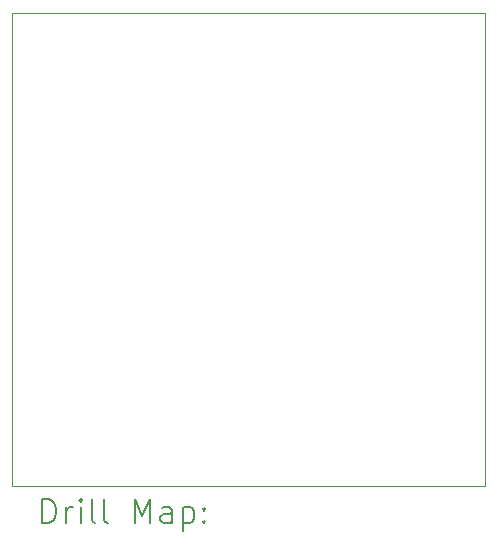
<source format=gbr>
%TF.GenerationSoftware,KiCad,Pcbnew,(6.0.8-1)-1*%
%TF.CreationDate,2022-11-02T13:02:51-04:00*%
%TF.ProjectId,Condor,436f6e64-6f72-42e6-9b69-6361645f7063,rev?*%
%TF.SameCoordinates,Original*%
%TF.FileFunction,Drillmap*%
%TF.FilePolarity,Positive*%
%FSLAX45Y45*%
G04 Gerber Fmt 4.5, Leading zero omitted, Abs format (unit mm)*
G04 Created by KiCad (PCBNEW (6.0.8-1)-1) date 2022-11-02 13:02:51*
%MOMM*%
%LPD*%
G01*
G04 APERTURE LIST*
%ADD10C,0.100000*%
%ADD11C,0.200000*%
G04 APERTURE END LIST*
D10*
X19500000Y-12000000D02*
X15500000Y-12000000D01*
X15500000Y-12000000D02*
X15500000Y-8000000D01*
X15500000Y-8000000D02*
X19500000Y-8000000D01*
X19500000Y-8000000D02*
X19500000Y-12000000D01*
D11*
X15752619Y-12315476D02*
X15752619Y-12115476D01*
X15800238Y-12115476D01*
X15828809Y-12125000D01*
X15847857Y-12144048D01*
X15857381Y-12163095D01*
X15866905Y-12201190D01*
X15866905Y-12229762D01*
X15857381Y-12267857D01*
X15847857Y-12286905D01*
X15828809Y-12305952D01*
X15800238Y-12315476D01*
X15752619Y-12315476D01*
X15952619Y-12315476D02*
X15952619Y-12182143D01*
X15952619Y-12220238D02*
X15962143Y-12201190D01*
X15971667Y-12191667D01*
X15990714Y-12182143D01*
X16009762Y-12182143D01*
X16076428Y-12315476D02*
X16076428Y-12182143D01*
X16076428Y-12115476D02*
X16066905Y-12125000D01*
X16076428Y-12134524D01*
X16085952Y-12125000D01*
X16076428Y-12115476D01*
X16076428Y-12134524D01*
X16200238Y-12315476D02*
X16181190Y-12305952D01*
X16171667Y-12286905D01*
X16171667Y-12115476D01*
X16305000Y-12315476D02*
X16285952Y-12305952D01*
X16276428Y-12286905D01*
X16276428Y-12115476D01*
X16533571Y-12315476D02*
X16533571Y-12115476D01*
X16600238Y-12258333D01*
X16666905Y-12115476D01*
X16666905Y-12315476D01*
X16847857Y-12315476D02*
X16847857Y-12210714D01*
X16838333Y-12191667D01*
X16819286Y-12182143D01*
X16781190Y-12182143D01*
X16762143Y-12191667D01*
X16847857Y-12305952D02*
X16828810Y-12315476D01*
X16781190Y-12315476D01*
X16762143Y-12305952D01*
X16752619Y-12286905D01*
X16752619Y-12267857D01*
X16762143Y-12248809D01*
X16781190Y-12239286D01*
X16828810Y-12239286D01*
X16847857Y-12229762D01*
X16943095Y-12182143D02*
X16943095Y-12382143D01*
X16943095Y-12191667D02*
X16962143Y-12182143D01*
X17000238Y-12182143D01*
X17019286Y-12191667D01*
X17028810Y-12201190D01*
X17038333Y-12220238D01*
X17038333Y-12277381D01*
X17028810Y-12296428D01*
X17019286Y-12305952D01*
X17000238Y-12315476D01*
X16962143Y-12315476D01*
X16943095Y-12305952D01*
X17124048Y-12296428D02*
X17133571Y-12305952D01*
X17124048Y-12315476D01*
X17114524Y-12305952D01*
X17124048Y-12296428D01*
X17124048Y-12315476D01*
X17124048Y-12191667D02*
X17133571Y-12201190D01*
X17124048Y-12210714D01*
X17114524Y-12201190D01*
X17124048Y-12191667D01*
X17124048Y-12210714D01*
M02*

</source>
